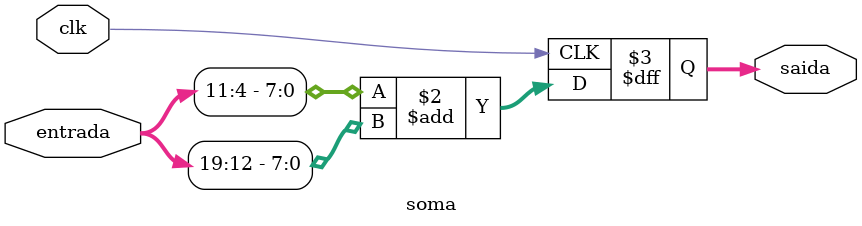
<source format=v>
module soma(
    input clk,
    input [31:0] entrada,
    output reg [31:0] saida
);

always @(posedge clk) begin
    saida <= entrada[11:4] + entrada[19:12];
end


endmodule

</source>
